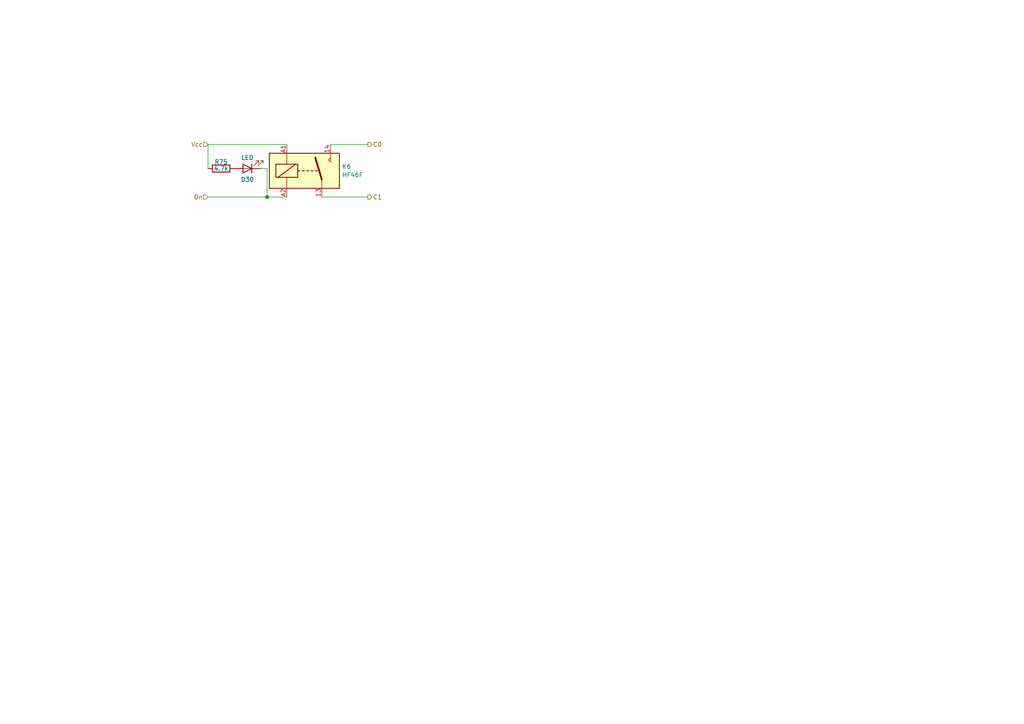
<source format=kicad_sch>
(kicad_sch (version 20231120) (generator "eeschema") (generator_version "8.0")
  (paper "A4")
  (lib_symbols
    (symbol "Device:LED" (pin_numbers hide) (pin_names (offset 1.016) hide)
      (property "Reference" "D" (at 0 2.54 0))
      (property "Value" "LED" (at 0 -2.54 0))
      (symbol "LED_0_1"
        (polyline (pts (xy -1.27 -1.27) (xy -1.27 1.27)) (stroke (width 0.254)))
        (polyline (pts (xy -1.27 0) (xy 1.27 0)))
        (polyline (pts (xy 1.27 -1.27) (xy 1.27 1.27) (xy -1.27 0) (xy 1.27 -1.27)) (stroke (width 0.254)))
        (polyline (pts (xy -3.048 -0.762) (xy -4.572 -2.286) (xy -3.81 -2.286) (xy -4.572 -2.286) (xy -4.572 -1.524)))
        (polyline (pts (xy -1.778 -0.762) (xy -3.302 -2.286) (xy -2.54 -2.286) (xy -3.302 -2.286) (xy -3.302 -1.524)))
      )
      (symbol "LED_1_1"
        (pin passive line (at -3.81 0 0) (length 2.54) (name "K") (number "1"))
        (pin passive line (at 3.81 0 180) (length 2.54) (name "A") (number "2"))
      )
    )
    (symbol "Device:R" (pin_numbers hide) (pin_names (offset 0))
      (property "Reference" "R" (at 2.032 0 90))
      (property "Value" "R" (at 0 0 90))
      (symbol "R_0_1"
        (rectangle (start -1.016 -2.54) (end 1.016 2.54) (stroke (width 0.254)))
      )
      (symbol "R_1_1"
        (pin passive line (at 0 3.81 270) (length 1.27) (name "~") (number "1"))
        (pin passive line (at 0 -3.81 90) (length 1.27) (name "~") (number "2"))
      )
    )
    (symbol "Relay:G5NB"
      (property "Reference" "K" (at 11.43 3.81 0))
      (property "Value" "G5NB" (at 11.43 1.27 0))
      (symbol "G5NB_0_0"
        (polyline (pts (xy 7.62 5.08) (xy 7.62 2.54) (xy 6.985 3.175) (xy 7.62 3.81)))
      )
      (symbol "G5NB_0_1"
        (rectangle (start -10.16 5.08) (end 10.16 -5.08) (stroke (width 0.254)) (fill (type background)))
        (rectangle (start -8.255 1.905) (end -1.905 -1.905) (stroke (width 0.254)))
        (polyline (pts (xy -7.62 -1.905) (xy -2.54 1.905)) (stroke (width 0.254)))
        (polyline (pts (xy -5.08 -5.08) (xy -5.08 -1.905)))
        (polyline (pts (xy -5.08 5.08) (xy -5.08 1.905)))
        (polyline (pts (xy -1.905 0) (xy -1.27 0)) (stroke (width 0.254)))
        (polyline (pts (xy -0.635 0) (xy 0 0)) (stroke (width 0.254)))
        (polyline (pts (xy 0.635 0) (xy 1.27 0)) (stroke (width 0.254)))
        (polyline (pts (xy 1.905 0) (xy 2.54 0)) (stroke (width 0.254)))
        (polyline (pts (xy 3.175 0) (xy 3.81 0)) (stroke (width 0.254)))
        (polyline (pts (xy 5.08 -2.54) (xy 3.175 3.81)) (stroke (width 0.508)))
        (polyline (pts (xy 5.08 -2.54) (xy 5.08 -5.08)))
      )
      (symbol "G5NB_1_1"
        (pin passive line (at 5.08 -7.62 90) (length 2.54) (name "~") (number "13"))
        (pin passive line (at 7.62 7.62 270) (length 2.54) (name "~") (number "14"))
        (pin passive line (at -5.08 7.62 270) (length 2.54) (name "~") (number "A1"))
        (pin passive line (at -5.08 -7.62 90) (length 2.54) (name "~") (number "A2"))
      )
    )
  )
  (junction (at 77.47 57.15))
  (wire (pts (xy 106.68 41.91) (xy 95.885 41.91)))
  (wire (pts (xy 106.68 57.15) (xy 93.345 57.15)))
  (wire (pts (xy 60.325 57.15) (xy 77.47 57.15)))
  (wire (pts (xy 60.325 41.91) (xy 60.325 48.895)))
  (wire (pts (xy 77.47 57.15) (xy 83.185 57.15)))
  (wire (pts (xy 77.47 48.895) (xy 77.47 57.15)))
  (wire (pts (xy 75.565 48.895) (xy 77.47 48.895)))
  (wire (pts (xy 60.325 41.91) (xy 83.185 41.91)))
  (hierarchical_label "Vcc" (shape input) (at 60.325 41.91 180))
  (hierarchical_label "On" (shape input) (at 60.3276 57.15 180))
  (hierarchical_label "C0" (shape output) (at 106.68 41.91 0))
  (hierarchical_label "C1" (shape output) (at 106.68 57.15 0))
  (symbol (lib_id "Device:R") (at 64.135 48.895 270) (unit 1)
    (property "Reference" "R75" (at 64.135 46.99 90))
    (property "Value" "4.7k" (at 64.135 48.895 90))
    (property "Footprint" "Resistor_SMD:R_0603_1608Metric_Pad0.98x0.95mm_HandSolder" (effects (hide yes)))
    (property "Description" "Resistor" (effects (hide yes)))
    (instances (project "fx3u_24mr" (path "" (reference "R75") (unit 1)) (path "" (reference "R78") (unit 1)) (path "" (reference "R3") (unit 1)) (path "" (reference "R74") (unit 1)) (path "" (reference "R77") (unit 1)) (path "" (reference "R76") (unit 1)) (path "" (reference "R4") (unit 1)) (path "" (reference "R73") (unit 1)) (path "" (reference "R72") (unit 1)) (path "" (reference "R79") (unit 1))))
  )
  (symbol (lib_id "Relay:G5NB") (at 88.265 49.53 0) (unit 1)
    (property "Reference" "K6" (at 99.187 48.3178 0) (effects (justify left)))
    (property "Value" "HF46F" (at 99.187 50.7421 0) (effects (justify left)))
    (property "Footprint" "Relay_THT:Relay_SPST_Omron_G5NB" (effects (hide yes)))
    (property "Datasheet" "https://omronfs.omron.com/en_US/ecb/products/pdf/en-g5nb_el.pdf" (effects (hide yes)))
    (property "Description" "PCB Power Relay, SPST-NO, 7A (250 VAC), 5A (30 VDC)" (effects (hide yes)))
    (instances (project "fx3u_24mr" (path "" (reference "K6") (unit 1)) (path "" (reference "K9") (unit 1)) (path "" (reference "K1") (unit 1)) (path "" (reference "K5") (unit 1)) (path "" (reference "K8") (unit 1)) (path "" (reference "K7") (unit 1)) (path "" (reference "K2") (unit 1)) (path "" (reference "K4") (unit 1)) (path "" (reference "K3") (unit 1)) (path "" (reference "K10") (unit 1))))
  )
  (symbol (lib_id "Device:LED") (at 71.755 48.895 180) (unit 1)
    (property "Reference" "D30" (at 71.755 52.07 0))
    (property "Value" "LED" (at 71.755 45.72 0))
    (property "Footprint" "LED_SMD:LED_0805_2012Metric_Pad1.15x1.40mm_HandSolder" (effects (hide yes)))
    (property "Description" "Light emitting diode" (effects (hide yes)))
    (instances (project "fx3u_24mr" (path "" (reference "D30") (unit 1)) (path "" (reference "D33") (unit 1)) (path "" (reference "D25") (unit 1)) (path "" (reference "D29") (unit 1)) (path "" (reference "D32") (unit 1)) (path "" (reference "D31") (unit 1)) (path "" (reference "D26") (unit 1)) (path "" (reference "D28") (unit 1)) (path "" (reference "D27") (unit 1)) (path "" (reference "D34") (unit 1))))
  )
)
</source>
